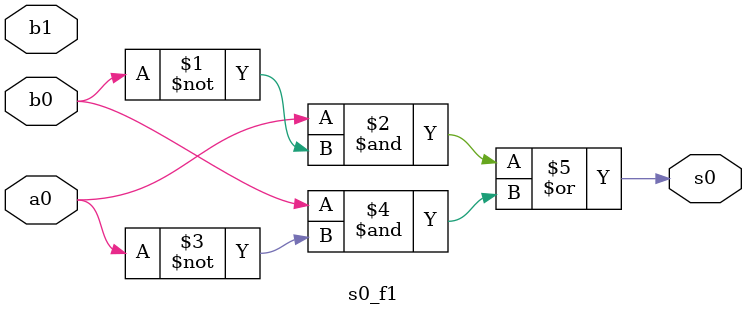
<source format=v>
module s0_f1(a0, b1, b0, s0);
  input a0, b1, b0;
  output s0;
  
	assign s0 = (a0 & ~b0) | (b0 & ~a0);


endmodule
</source>
